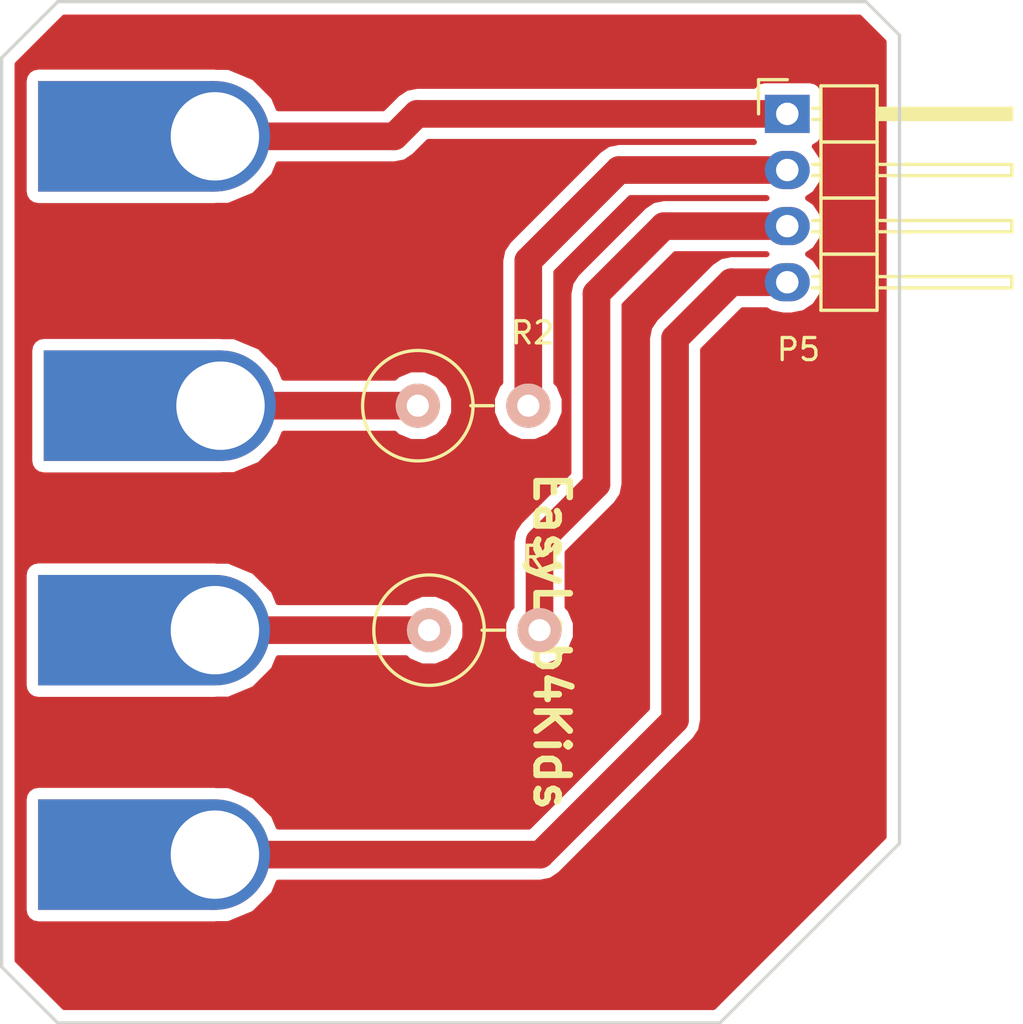
<source format=kicad_pcb>
(kicad_pcb (version 4) (host pcbnew 4.0.4-stable)

  (general
    (links 16)
    (no_connects 2)
    (area 110.668999 95.936999 157.279001 142.315001)
    (thickness 1.6)
    (drawings 9)
    (tracks 18)
    (zones 0)
    (modules 7)
    (nets 5)
  )

  (page A4)
  (title_block
    (title "HC-SR04 pads")
    (date 2001-01-01)
    (rev 0.2)
    (company EasyLab4Kids)
  )

  (layers
    (0 F.Cu signal)
    (31 B.Cu signal)
    (32 B.Adhes user)
    (33 F.Adhes user)
    (34 B.Paste user)
    (35 F.Paste user)
    (36 B.SilkS user)
    (37 F.SilkS user)
    (38 B.Mask user)
    (39 F.Mask user)
    (40 Dwgs.User user)
    (41 Cmts.User user)
    (42 Eco1.User user)
    (43 Eco2.User user)
    (44 Edge.Cuts user)
    (45 Margin user)
    (46 B.CrtYd user)
    (47 F.CrtYd user)
    (48 B.Fab user)
    (49 F.Fab user)
  )

  (setup
    (last_trace_width 1.25)
    (trace_clearance 0.3)
    (zone_clearance 0.508)
    (zone_45_only no)
    (trace_min 0.2)
    (segment_width 0.2)
    (edge_width 0.15)
    (via_size 0.6)
    (via_drill 0.4)
    (via_min_size 0.4)
    (via_min_drill 0.3)
    (uvia_size 0.3)
    (uvia_drill 0.1)
    (uvias_allowed no)
    (uvia_min_size 0.2)
    (uvia_min_drill 0.1)
    (pcb_text_width 0.3)
    (pcb_text_size 1.5 1.5)
    (mod_edge_width 0.15)
    (mod_text_size 1 1)
    (mod_text_width 0.15)
    (pad_size 1.524 1.524)
    (pad_drill 0.762)
    (pad_to_mask_clearance 0.2)
    (aux_axis_origin 0 0)
    (visible_elements 7FFFFFFF)
    (pcbplotparams
      (layerselection 0x00030_80000001)
      (usegerberextensions false)
      (excludeedgelayer true)
      (linewidth 0.100000)
      (plotframeref false)
      (viasonmask false)
      (mode 1)
      (useauxorigin false)
      (hpglpennumber 1)
      (hpglpenspeed 20)
      (hpglpendiameter 15)
      (hpglpenoverlay 2)
      (psnegative false)
      (psa4output false)
      (plotreference true)
      (plotvalue true)
      (plotinvisibletext false)
      (padsonsilk false)
      (subtractmaskfromsilk false)
      (outputformat 1)
      (mirror false)
      (drillshape 0)
      (scaleselection 1)
      (outputdirectory GERBERs/))
  )

  (net 0 "")
  (net 1 /VCC)
  (net 2 /TRG)
  (net 3 /ECHO)
  (net 4 /GND)

  (net_class Default "Dit is de standaard class."
    (clearance 0.3)
    (trace_width 1.25)
    (via_dia 0.6)
    (via_drill 0.4)
    (uvia_dia 0.3)
    (uvia_drill 0.1)
    (add_net /ECHO)
    (add_net /GND)
    (add_net /TRG)
    (add_net /VCC)
  )

  (module EasyLab4KidsFootprint:z_BBC-BIT (layer F.Cu) (tedit 581EF109) (tstamp 58A8BBD9)
    (at 120.396 102.108 270)
    (path /58A8B3B3)
    (fp_text reference P1 (at 0 0.125 270) (layer F.Fab)
      (effects (font (size 0.1 0.1) (thickness 0.01)))
    )
    (fp_text value VCC (at 0 -0.125 270) (layer F.Fab)
      (effects (font (size 0.1 0.1) (thickness 0.01)))
    )
    (fp_text user %R (at 0 0 450) (layer Eco1.User)
      (effects (font (size 0.3 0.3) (thickness 0.03)))
    )
    (fp_line (start 0 -3.1) (end 0 3.1) (layer Cmts.User) (width 0.05))
    (fp_line (start -3.1 0) (end 3.1 0) (layer Cmts.User) (width 0.05))
    (fp_arc (start 0 0) (end -2.7 0) (angle 180) (layer F.CrtYd) (width 0.05))
    (fp_line (start 2.7 8.2) (end 2.7 0) (layer F.CrtYd) (width 0.05))
    (fp_line (start -2.7 8.2) (end 2.7 8.2) (layer F.CrtYd) (width 0.05))
    (fp_line (start -2.7 0) (end -2.7 8.2) (layer F.CrtYd) (width 0.05))
    (pad 1 thru_hole circle (at 0 0 270) (size 5 5) (drill 4) (layers *.Cu *.Mask)
      (net 1 /VCC))
    (pad 1 smd rect (at 0 4 270) (size 5 8) (layers F.Cu F.Mask)
      (net 1 /VCC))
    (pad 1 smd rect (at 0 4 270) (size 5 8) (layers *.Mask B.Cu)
      (net 1 /VCC))
  )

  (module EasyLab4KidsFootprint:z_BBC-BIT (layer F.Cu) (tedit 581EF109) (tstamp 58A8BBE7)
    (at 120.65 114.3 270)
    (path /58A8B351)
    (fp_text reference P2 (at 0 0.125 270) (layer F.Fab)
      (effects (font (size 0.1 0.1) (thickness 0.01)))
    )
    (fp_text value TRG (at 0 -0.125 270) (layer F.Fab)
      (effects (font (size 0.1 0.1) (thickness 0.01)))
    )
    (fp_text user %R (at 0 0 450) (layer Eco1.User)
      (effects (font (size 0.3 0.3) (thickness 0.03)))
    )
    (fp_line (start 0 -3.1) (end 0 3.1) (layer Cmts.User) (width 0.05))
    (fp_line (start -3.1 0) (end 3.1 0) (layer Cmts.User) (width 0.05))
    (fp_arc (start 0 0) (end -2.7 0) (angle 180) (layer F.CrtYd) (width 0.05))
    (fp_line (start 2.7 8.2) (end 2.7 0) (layer F.CrtYd) (width 0.05))
    (fp_line (start -2.7 8.2) (end 2.7 8.2) (layer F.CrtYd) (width 0.05))
    (fp_line (start -2.7 0) (end -2.7 8.2) (layer F.CrtYd) (width 0.05))
    (pad 1 thru_hole circle (at 0 0 270) (size 5 5) (drill 4) (layers *.Cu *.Mask)
      (net 2 /TRG))
    (pad 1 smd rect (at 0 4 270) (size 5 8) (layers F.Cu F.Mask)
      (net 2 /TRG))
    (pad 1 smd rect (at 0 4 270) (size 5 8) (layers *.Mask B.Cu)
      (net 2 /TRG))
  )

  (module EasyLab4KidsFootprint:z_BBC-BIT (layer F.Cu) (tedit 581EF109) (tstamp 58A8BBF5)
    (at 120.396 124.46 270)
    (path /58A8B385)
    (fp_text reference P3 (at 0 0.125 270) (layer F.Fab)
      (effects (font (size 0.1 0.1) (thickness 0.01)))
    )
    (fp_text value ECHO (at 0 -0.125 270) (layer F.Fab)
      (effects (font (size 0.1 0.1) (thickness 0.01)))
    )
    (fp_text user %R (at 0 0 450) (layer Eco1.User)
      (effects (font (size 0.3 0.3) (thickness 0.03)))
    )
    (fp_line (start 0 -3.1) (end 0 3.1) (layer Cmts.User) (width 0.05))
    (fp_line (start -3.1 0) (end 3.1 0) (layer Cmts.User) (width 0.05))
    (fp_arc (start 0 0) (end -2.7 0) (angle 180) (layer F.CrtYd) (width 0.05))
    (fp_line (start 2.7 8.2) (end 2.7 0) (layer F.CrtYd) (width 0.05))
    (fp_line (start -2.7 8.2) (end 2.7 8.2) (layer F.CrtYd) (width 0.05))
    (fp_line (start -2.7 0) (end -2.7 8.2) (layer F.CrtYd) (width 0.05))
    (pad 1 thru_hole circle (at 0 0 270) (size 5 5) (drill 4) (layers *.Cu *.Mask)
      (net 3 /ECHO))
    (pad 1 smd rect (at 0 4 270) (size 5 8) (layers F.Cu F.Mask)
      (net 3 /ECHO))
    (pad 1 smd rect (at 0 4 270) (size 5 8) (layers *.Mask B.Cu)
      (net 3 /ECHO))
  )

  (module EasyLab4KidsFootprint:z_BBC-BIT (layer F.Cu) (tedit 581EF109) (tstamp 58A8BC03)
    (at 120.396 134.62 270)
    (path /58A8B2E6)
    (fp_text reference P4 (at 0 0.125 270) (layer F.Fab)
      (effects (font (size 0.1 0.1) (thickness 0.01)))
    )
    (fp_text value GND (at 0 -0.125 270) (layer F.Fab)
      (effects (font (size 0.1 0.1) (thickness 0.01)))
    )
    (fp_text user %R (at 0 0 450) (layer Eco1.User)
      (effects (font (size 0.3 0.3) (thickness 0.03)))
    )
    (fp_line (start 0 -3.1) (end 0 3.1) (layer Cmts.User) (width 0.05))
    (fp_line (start -3.1 0) (end 3.1 0) (layer Cmts.User) (width 0.05))
    (fp_arc (start 0 0) (end -2.7 0) (angle 180) (layer F.CrtYd) (width 0.05))
    (fp_line (start 2.7 8.2) (end 2.7 0) (layer F.CrtYd) (width 0.05))
    (fp_line (start -2.7 8.2) (end 2.7 8.2) (layer F.CrtYd) (width 0.05))
    (fp_line (start -2.7 0) (end -2.7 8.2) (layer F.CrtYd) (width 0.05))
    (pad 1 thru_hole circle (at 0 0 270) (size 5 5) (drill 4) (layers *.Cu *.Mask)
      (net 4 /GND))
    (pad 1 smd rect (at 0 4 270) (size 5 8) (layers F.Cu F.Mask)
      (net 4 /GND))
    (pad 1 smd rect (at 0 4 270) (size 5 8) (layers *.Mask B.Cu)
      (net 4 /GND))
  )

  (module Pin_Headers:Pin_Header_Angled_1x04 (layer F.Cu) (tedit 58A8C104) (tstamp 58A8BC0B)
    (at 146.304 101.092)
    (descr "Through hole pin header")
    (tags "pin header")
    (path /58A8B608)
    (fp_text reference P5 (at 0.508 10.668) (layer F.SilkS)
      (effects (font (size 1 1) (thickness 0.15)))
    )
    (fp_text value HC-SR04 (at -3.048 3.048 90) (layer F.Fab)
      (effects (font (size 1 1) (thickness 0.15)))
    )
    (fp_line (start -1.5 -1.75) (end -1.5 9.4) (layer F.CrtYd) (width 0.05))
    (fp_line (start 10.65 -1.75) (end 10.65 9.4) (layer F.CrtYd) (width 0.05))
    (fp_line (start -1.5 -1.75) (end 10.65 -1.75) (layer F.CrtYd) (width 0.05))
    (fp_line (start -1.5 9.4) (end 10.65 9.4) (layer F.CrtYd) (width 0.05))
    (fp_line (start -1.3 -1.55) (end -1.3 0) (layer F.SilkS) (width 0.15))
    (fp_line (start 0 -1.55) (end -1.3 -1.55) (layer F.SilkS) (width 0.15))
    (fp_line (start 4.191 -0.127) (end 10.033 -0.127) (layer F.SilkS) (width 0.15))
    (fp_line (start 10.033 -0.127) (end 10.033 0.127) (layer F.SilkS) (width 0.15))
    (fp_line (start 10.033 0.127) (end 4.191 0.127) (layer F.SilkS) (width 0.15))
    (fp_line (start 4.191 0.127) (end 4.191 0) (layer F.SilkS) (width 0.15))
    (fp_line (start 4.191 0) (end 10.033 0) (layer F.SilkS) (width 0.15))
    (fp_line (start 1.524 -0.254) (end 1.143 -0.254) (layer F.SilkS) (width 0.15))
    (fp_line (start 1.524 0.254) (end 1.143 0.254) (layer F.SilkS) (width 0.15))
    (fp_line (start 1.524 2.286) (end 1.143 2.286) (layer F.SilkS) (width 0.15))
    (fp_line (start 1.524 2.794) (end 1.143 2.794) (layer F.SilkS) (width 0.15))
    (fp_line (start 1.524 4.826) (end 1.143 4.826) (layer F.SilkS) (width 0.15))
    (fp_line (start 1.524 5.334) (end 1.143 5.334) (layer F.SilkS) (width 0.15))
    (fp_line (start 1.524 7.874) (end 1.143 7.874) (layer F.SilkS) (width 0.15))
    (fp_line (start 1.524 7.366) (end 1.143 7.366) (layer F.SilkS) (width 0.15))
    (fp_line (start 1.524 -1.27) (end 4.064 -1.27) (layer F.SilkS) (width 0.15))
    (fp_line (start 1.524 1.27) (end 4.064 1.27) (layer F.SilkS) (width 0.15))
    (fp_line (start 1.524 1.27) (end 1.524 3.81) (layer F.SilkS) (width 0.15))
    (fp_line (start 1.524 3.81) (end 4.064 3.81) (layer F.SilkS) (width 0.15))
    (fp_line (start 4.064 2.286) (end 10.16 2.286) (layer F.SilkS) (width 0.15))
    (fp_line (start 10.16 2.286) (end 10.16 2.794) (layer F.SilkS) (width 0.15))
    (fp_line (start 10.16 2.794) (end 4.064 2.794) (layer F.SilkS) (width 0.15))
    (fp_line (start 4.064 3.81) (end 4.064 1.27) (layer F.SilkS) (width 0.15))
    (fp_line (start 4.064 1.27) (end 4.064 -1.27) (layer F.SilkS) (width 0.15))
    (fp_line (start 10.16 0.254) (end 4.064 0.254) (layer F.SilkS) (width 0.15))
    (fp_line (start 10.16 -0.254) (end 10.16 0.254) (layer F.SilkS) (width 0.15))
    (fp_line (start 4.064 -0.254) (end 10.16 -0.254) (layer F.SilkS) (width 0.15))
    (fp_line (start 1.524 1.27) (end 4.064 1.27) (layer F.SilkS) (width 0.15))
    (fp_line (start 1.524 -1.27) (end 1.524 1.27) (layer F.SilkS) (width 0.15))
    (fp_line (start 1.524 6.35) (end 4.064 6.35) (layer F.SilkS) (width 0.15))
    (fp_line (start 1.524 6.35) (end 1.524 8.89) (layer F.SilkS) (width 0.15))
    (fp_line (start 1.524 8.89) (end 4.064 8.89) (layer F.SilkS) (width 0.15))
    (fp_line (start 4.064 7.366) (end 10.16 7.366) (layer F.SilkS) (width 0.15))
    (fp_line (start 10.16 7.366) (end 10.16 7.874) (layer F.SilkS) (width 0.15))
    (fp_line (start 10.16 7.874) (end 4.064 7.874) (layer F.SilkS) (width 0.15))
    (fp_line (start 4.064 8.89) (end 4.064 6.35) (layer F.SilkS) (width 0.15))
    (fp_line (start 4.064 6.35) (end 4.064 3.81) (layer F.SilkS) (width 0.15))
    (fp_line (start 10.16 5.334) (end 4.064 5.334) (layer F.SilkS) (width 0.15))
    (fp_line (start 10.16 4.826) (end 10.16 5.334) (layer F.SilkS) (width 0.15))
    (fp_line (start 4.064 4.826) (end 10.16 4.826) (layer F.SilkS) (width 0.15))
    (fp_line (start 1.524 6.35) (end 4.064 6.35) (layer F.SilkS) (width 0.15))
    (fp_line (start 1.524 3.81) (end 1.524 6.35) (layer F.SilkS) (width 0.15))
    (fp_line (start 1.524 3.81) (end 4.064 3.81) (layer F.SilkS) (width 0.15))
    (pad 1 thru_hole rect (at 0 0) (size 2.032 1.7272) (drill 1.016) (layers *.Cu *.Mask)
      (net 1 /VCC))
    (pad 2 thru_hole oval (at 0 2.54) (size 2.032 1.7272) (drill 1.016) (layers *.Cu *.Mask)
      (net 2 /TRG))
    (pad 3 thru_hole oval (at 0 5.08) (size 2.032 1.7272) (drill 1.016) (layers *.Cu *.Mask)
      (net 3 /ECHO))
    (pad 4 thru_hole oval (at 0 7.62) (size 2.032 1.7272) (drill 1.016) (layers *.Cu *.Mask)
      (net 4 /GND))
    (model Pin_Headers.3dshapes/Pin_Header_Angled_1x04.wrl
      (at (xyz 0 -0.15 0))
      (scale (xyz 1 1 1))
      (rotate (xyz 0 0 90))
    )
  )

  (module Resistors_THT:Resistor_Vertical_RM5mm (layer F.Cu) (tedit 58A8C0F4) (tstamp 58A8BC11)
    (at 132.588 124.46)
    (descr "Resistor, Vertical, RM 5mm, 1/3W,")
    (tags "Resistor, Vertical, RM 5mm, 1/3W,")
    (path /58A8B930)
    (fp_text reference R1 (at 2.70002 -3.29946) (layer F.SilkS)
      (effects (font (size 1 1) (thickness 0.15)))
    )
    (fp_text value R2,2K (at -0.508 -4.064) (layer F.Fab)
      (effects (font (size 1 1) (thickness 0.15)))
    )
    (fp_line (start -0.09906 0) (end 0.9017 0) (layer F.SilkS) (width 0.15))
    (fp_circle (center -2.49936 0) (end 0 0) (layer F.SilkS) (width 0.15))
    (pad 1 thru_hole circle (at -2.49936 0) (size 1.99898 1.99898) (drill 1.00076) (layers *.Cu *.SilkS *.Mask)
      (net 3 /ECHO))
    (pad 2 thru_hole circle (at 2.5019 0) (size 1.99898 1.99898) (drill 1.00076) (layers *.Cu *.SilkS *.Mask)
      (net 3 /ECHO))
  )

  (module Resistors_THT:Resistor_Vertical_RM5mm (layer F.Cu) (tedit 0) (tstamp 58A8CAAE)
    (at 132.08 114.3)
    (descr "Resistor, Vertical, RM 5mm, 1/3W,")
    (tags "Resistor, Vertical, RM 5mm, 1/3W,")
    (path /58A8CA68)
    (fp_text reference R2 (at 2.70002 -3.29946) (layer F.SilkS)
      (effects (font (size 1 1) (thickness 0.15)))
    )
    (fp_text value R2,2K (at 0 4.50088) (layer F.Fab)
      (effects (font (size 1 1) (thickness 0.15)))
    )
    (fp_line (start -0.09906 0) (end 0.9017 0) (layer F.SilkS) (width 0.15))
    (fp_circle (center -2.49936 0) (end 0 0) (layer F.SilkS) (width 0.15))
    (pad 1 thru_hole circle (at -2.49936 0) (size 1.99898 1.99898) (drill 1.00076) (layers *.Cu *.SilkS *.Mask)
      (net 2 /TRG))
    (pad 2 thru_hole circle (at 2.5019 0) (size 1.99898 1.99898) (drill 1.00076) (layers *.Cu *.SilkS *.Mask)
      (net 2 /TRG))
  )

  (gr_text EasyLab4Kids (at 135.636 124.968 270) (layer F.SilkS)
    (effects (font (size 1.5 1.5) (thickness 0.3)))
  )
  (gr_line (start 110.744 139.7) (end 110.744 98.552) (angle 90) (layer Edge.Cuts) (width 0.15))
  (gr_line (start 149.86 96.012) (end 151.384 97.536) (angle 90) (layer Edge.Cuts) (width 0.15))
  (gr_line (start 113.284 96.012) (end 149.86 96.012) (angle 90) (layer Edge.Cuts) (width 0.15))
  (gr_line (start 110.744 98.552) (end 113.284 96.012) (angle 90) (layer Edge.Cuts) (width 0.15))
  (gr_line (start 113.284 142.24) (end 110.744 139.7) (angle 90) (layer Edge.Cuts) (width 0.15))
  (gr_line (start 143.256 142.24) (end 113.284 142.24) (angle 90) (layer Edge.Cuts) (width 0.15))
  (gr_line (start 151.384 134.112) (end 143.256 142.24) (angle 90) (layer Edge.Cuts) (width 0.15))
  (gr_line (start 151.384 97.536) (end 151.384 134.112) (angle 90) (layer Edge.Cuts) (width 0.15))

  (segment (start 146.304 101.092) (end 129.54 101.092) (width 1.25) (layer F.Cu) (net 1))
  (segment (start 128.524 102.108) (end 120.396 102.108) (width 1.25) (layer F.Cu) (net 1) (tstamp 58A8CAE1))
  (segment (start 129.54 101.092) (end 128.524 102.108) (width 1.25) (layer F.Cu) (net 1) (tstamp 58A8CAE0))
  (segment (start 146.304 103.632) (end 138.684 103.632) (width 1.25) (layer F.Cu) (net 2))
  (segment (start 134.5819 107.7341) (end 134.5819 114.3) (width 1.25) (layer F.Cu) (net 2) (tstamp 58A8CADD))
  (segment (start 138.684 103.632) (end 134.5819 107.7341) (width 1.25) (layer F.Cu) (net 2) (tstamp 58A8CADC))
  (segment (start 120.65 114.3) (end 129.58064 114.3) (width 1.25) (layer F.Cu) (net 2))
  (segment (start 135.0899 124.46) (end 135.0899 120.4341) (width 1.25) (layer F.Cu) (net 3))
  (segment (start 140.716 106.172) (end 146.304 106.172) (width 1.25) (layer F.Cu) (net 3) (tstamp 58A8CB3D))
  (segment (start 137.668 109.22) (end 140.716 106.172) (width 1.25) (layer F.Cu) (net 3) (tstamp 58A8CB3B))
  (segment (start 137.668 117.856) (end 137.668 109.22) (width 1.25) (layer F.Cu) (net 3) (tstamp 58A8CB38))
  (segment (start 135.0899 120.4341) (end 137.668 117.856) (width 1.25) (layer F.Cu) (net 3) (tstamp 58A8CB36))
  (segment (start 120.396 124.46) (end 130.08864 124.46) (width 1.25) (layer F.Cu) (net 3))
  (segment (start 146.304 108.712) (end 143.764 108.712) (width 1.25) (layer F.Cu) (net 4))
  (segment (start 135.128 134.62) (end 120.396 134.62) (width 1.25) (layer F.Cu) (net 4) (tstamp 58A8CB90))
  (segment (start 141.224 128.524) (end 135.128 134.62) (width 1.25) (layer F.Cu) (net 4) (tstamp 58A8CB8C))
  (segment (start 141.224 111.252) (end 141.224 128.524) (width 1.25) (layer F.Cu) (net 4) (tstamp 58A8CB87))
  (segment (start 143.764 108.712) (end 141.224 111.252) (width 1.25) (layer F.Cu) (net 4) (tstamp 58A8CB86))

  (zone (net 0) (net_name "") (layer F.Cu) (tstamp 58A8CBA4) (hatch edge 0.508)
    (connect_pads (clearance 0.508))
    (min_thickness 0.254)
    (fill yes (arc_segments 16) (thermal_gap 0.508) (thermal_bridge_width 0.508))
    (polygon
      (pts
        (xy 151.384 98.044) (xy 151.384 134.112) (xy 143.256 142.24) (xy 113.284 142.24) (xy 110.744 139.7)
        (xy 111.252 98.552) (xy 113.284 96.52) (xy 149.352 96.012)
      )
    )
    (filled_polygon
      (pts
        (xy 150.674 97.830091) (xy 150.674 133.817908) (xy 142.961908 141.53) (xy 113.578091 141.53) (xy 111.454 139.405908)
        (xy 111.454 121.96) (xy 111.74856 121.96) (xy 111.74856 126.96) (xy 111.792838 127.195317) (xy 111.93191 127.411441)
        (xy 112.14411 127.556431) (xy 112.396 127.60744) (xy 120.396 127.60744) (xy 120.461803 127.595058) (xy 121.016854 127.595543)
        (xy 122.169515 127.119273) (xy 123.052174 126.238153) (xy 123.26733 125.72) (xy 129.036939 125.72) (xy 129.161567 125.844846)
        (xy 129.762093 126.094206) (xy 130.412334 126.094774) (xy 131.013295 125.846462) (xy 131.473486 125.387073) (xy 131.722846 124.786547)
        (xy 131.723414 124.136306) (xy 131.475102 123.535345) (xy 131.015713 123.075154) (xy 130.415187 122.825794) (xy 129.764946 122.825226)
        (xy 129.163985 123.073538) (xy 129.037302 123.2) (xy 123.267453 123.2) (xy 123.055273 122.686485) (xy 122.174153 121.803826)
        (xy 121.022326 121.325546) (xy 120.457692 121.325053) (xy 120.396 121.31256) (xy 112.396 121.31256) (xy 112.160683 121.356838)
        (xy 111.944559 121.49591) (xy 111.799569 121.70811) (xy 111.74856 121.96) (xy 111.454 121.96) (xy 111.454 111.8)
        (xy 112.00256 111.8) (xy 112.00256 116.8) (xy 112.046838 117.035317) (xy 112.18591 117.251441) (xy 112.39811 117.396431)
        (xy 112.65 117.44744) (xy 120.65 117.44744) (xy 120.715803 117.435058) (xy 121.270854 117.435543) (xy 122.423515 116.959273)
        (xy 123.306174 116.078153) (xy 123.52133 115.56) (xy 128.528939 115.56) (xy 128.653567 115.684846) (xy 129.254093 115.934206)
        (xy 129.904334 115.934774) (xy 130.505295 115.686462) (xy 130.965486 115.227073) (xy 131.214846 114.626547) (xy 131.215414 113.976306)
        (xy 130.967102 113.375345) (xy 130.507713 112.915154) (xy 129.907187 112.665794) (xy 129.256946 112.665226) (xy 128.655985 112.913538)
        (xy 128.529302 113.04) (xy 123.521453 113.04) (xy 123.309273 112.526485) (xy 122.428153 111.643826) (xy 121.276326 111.165546)
        (xy 120.711692 111.165053) (xy 120.65 111.15256) (xy 112.65 111.15256) (xy 112.414683 111.196838) (xy 112.198559 111.33591)
        (xy 112.053569 111.54811) (xy 112.00256 111.8) (xy 111.454 111.8) (xy 111.454 99.608) (xy 111.74856 99.608)
        (xy 111.74856 104.608) (xy 111.792838 104.843317) (xy 111.93191 105.059441) (xy 112.14411 105.204431) (xy 112.396 105.25544)
        (xy 120.396 105.25544) (xy 120.461803 105.243058) (xy 121.016854 105.243543) (xy 122.169515 104.767273) (xy 123.052174 103.886153)
        (xy 123.26733 103.368) (xy 128.523995 103.368) (xy 128.524 103.368001) (xy 129.006181 103.272088) (xy 129.414955 102.998955)
        (xy 130.06191 102.352) (xy 144.788492 102.352) (xy 144.801362 102.372) (xy 138.684 102.372) (xy 138.201819 102.467912)
        (xy 137.793045 102.741045) (xy 137.793043 102.741048) (xy 133.690945 106.843145) (xy 133.417812 107.251919) (xy 133.321899 107.7341)
        (xy 133.3219 107.734105) (xy 133.3219 113.248299) (xy 133.197054 113.372927) (xy 132.947694 113.973453) (xy 132.947126 114.623694)
        (xy 133.195438 115.224655) (xy 133.654827 115.684846) (xy 134.255353 115.934206) (xy 134.905594 115.934774) (xy 135.506555 115.686462)
        (xy 135.966746 115.227073) (xy 136.216106 114.626547) (xy 136.216674 113.976306) (xy 135.968362 113.375345) (xy 135.8419 113.248662)
        (xy 135.8419 108.25601) (xy 139.205909 104.892) (xy 145.3594 104.892) (xy 145.374366 104.902) (xy 145.3594 104.912)
        (xy 140.716005 104.912) (xy 140.716 104.911999) (xy 140.233819 105.007912) (xy 139.825045 105.281045) (xy 136.777045 108.329045)
        (xy 136.503912 108.737819) (xy 136.407999 109.22) (xy 136.408 109.220005) (xy 136.408 117.33409) (xy 134.198945 119.543145)
        (xy 133.925812 119.951919) (xy 133.829899 120.4341) (xy 133.8299 120.434105) (xy 133.8299 123.408299) (xy 133.705054 123.532927)
        (xy 133.455694 124.133453) (xy 133.455126 124.783694) (xy 133.703438 125.384655) (xy 134.162827 125.844846) (xy 134.763353 126.094206)
        (xy 135.413594 126.094774) (xy 136.014555 125.846462) (xy 136.474746 125.387073) (xy 136.724106 124.786547) (xy 136.724674 124.136306)
        (xy 136.476362 123.535345) (xy 136.3499 123.408662) (xy 136.3499 120.95601) (xy 138.558955 118.746955) (xy 138.832088 118.338181)
        (xy 138.928001 117.856) (xy 138.928 117.855995) (xy 138.928 109.74191) (xy 141.23791 107.432) (xy 145.3594 107.432)
        (xy 145.374366 107.442) (xy 145.3594 107.452) (xy 143.764 107.452) (xy 143.281819 107.547912) (xy 142.873045 107.821045)
        (xy 142.873043 107.821048) (xy 140.333045 110.361045) (xy 140.059912 110.769819) (xy 139.963999 111.252) (xy 139.964 111.252005)
        (xy 139.964 128.002091) (xy 134.60609 133.36) (xy 123.267453 133.36) (xy 123.055273 132.846485) (xy 122.174153 131.963826)
        (xy 121.022326 131.485546) (xy 120.457692 131.485053) (xy 120.396 131.47256) (xy 112.396 131.47256) (xy 112.160683 131.516838)
        (xy 111.944559 131.65591) (xy 111.799569 131.86811) (xy 111.74856 132.12) (xy 111.74856 137.12) (xy 111.792838 137.355317)
        (xy 111.93191 137.571441) (xy 112.14411 137.716431) (xy 112.396 137.76744) (xy 120.396 137.76744) (xy 120.461803 137.755058)
        (xy 121.016854 137.755543) (xy 122.169515 137.279273) (xy 123.052174 136.398153) (xy 123.26733 135.88) (xy 135.127995 135.88)
        (xy 135.128 135.880001) (xy 135.610181 135.784088) (xy 136.018955 135.510955) (xy 142.114952 129.414957) (xy 142.114955 129.414955)
        (xy 142.388088 129.006181) (xy 142.484001 128.524) (xy 142.484 128.523995) (xy 142.484 111.77391) (xy 144.285909 109.972)
        (xy 145.3594 109.972) (xy 145.545766 110.096526) (xy 146.119255 110.2106) (xy 146.488745 110.2106) (xy 147.062234 110.096526)
        (xy 147.548415 109.77167) (xy 147.873271 109.285489) (xy 147.987345 108.712) (xy 147.873271 108.138511) (xy 147.548415 107.65233)
        (xy 147.233634 107.442) (xy 147.548415 107.23167) (xy 147.873271 106.745489) (xy 147.987345 106.172) (xy 147.873271 105.598511)
        (xy 147.548415 105.11233) (xy 147.233634 104.902) (xy 147.548415 104.69167) (xy 147.873271 104.205489) (xy 147.987345 103.632)
        (xy 147.873271 103.058511) (xy 147.548415 102.57233) (xy 147.534087 102.562757) (xy 147.555317 102.558762) (xy 147.771441 102.41969)
        (xy 147.916431 102.20749) (xy 147.96744 101.9556) (xy 147.96744 100.2284) (xy 147.923162 99.993083) (xy 147.78409 99.776959)
        (xy 147.57189 99.631969) (xy 147.32 99.58096) (xy 145.288 99.58096) (xy 145.052683 99.625238) (xy 144.836559 99.76431)
        (xy 144.790308 99.832) (xy 129.540005 99.832) (xy 129.54 99.831999) (xy 129.057819 99.927912) (xy 128.649045 100.201045)
        (xy 128.00209 100.848) (xy 123.267453 100.848) (xy 123.055273 100.334485) (xy 122.174153 99.451826) (xy 121.022326 98.973546)
        (xy 120.457692 98.973053) (xy 120.396 98.96056) (xy 112.396 98.96056) (xy 112.160683 99.004838) (xy 111.944559 99.14391)
        (xy 111.799569 99.35611) (xy 111.74856 99.608) (xy 111.454 99.608) (xy 111.454 98.846092) (xy 113.578091 96.722)
        (xy 149.565908 96.722)
      )
    )
  )
)

</source>
